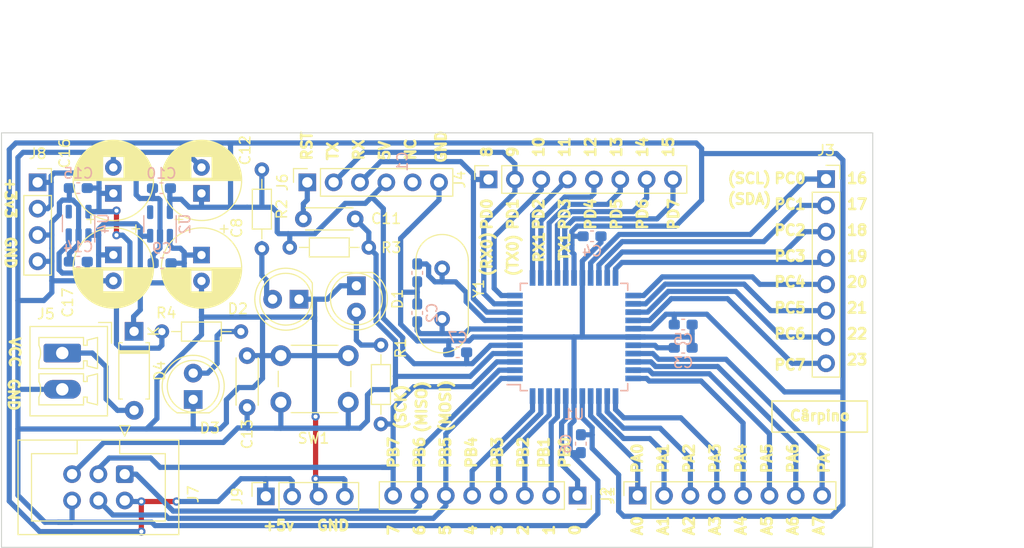
<source format=kicad_pcb>
(kicad_pcb (version 20221018) (generator pcbnew)
  (layers (0 "F.Cu" signal) (31 "B.Cu" signal) (34 "B.Paste" user) (35 "F.Paste" user) (36 "B.SilkS" user "B.Silkscreen") (37 "F.SilkS" user "F.Silkscreen") (38 "B.Mask" user) (39 "F.Mask" user) (44 "Edge.Cuts" user))
  (net 0 "")
  (net 1 "/MOSI")
  (net 2 "/MISO")
  (net 3 "/SCK")
  (net 4 "/~{RESET}")
  (net 5 "+5V")
  (net 6 "GND")
  (net 7 "Net-(U1-XTAL2)")
  (net 8 "Net-(U1-XTAL1)")
  (net 9 "Net-(J4-Pin_3)")
  (net 10 "Net-(J4-Pin_4)")
  (net 11 "Net-(J4-Pin_5)")
  (net 12 "Net-(J4-Pin_6)")
  (net 13 "Net-(J4-Pin_7)")
  (net 14 "Net-(J4-Pin_8)")
  (net 15 "Net-(U1-AREF)")
  (net 16 "Net-(J6-Pin_1)")
  (net 17 "VCC")
  (net 19 "Net-(D1-A)")
  (net 20 "Net-(D2-A)")
  (net 21 "Net-(J1-Pin_1)")
  (net 22 "Net-(J1-Pin_2)")
  (net 23 "Net-(J1-Pin_3)")
  (net 24 "Net-(J1-Pin_4)")
  (net 25 "Net-(J1-Pin_5)")
  (net 26 "Net-(J1-Pin_6)")
  (net 27 "Net-(J1-Pin_7)")
  (net 28 "Net-(J1-Pin_8)")
  (net 29 "Net-(J2-Pin_1)")
  (net 30 "Net-(J2-Pin_2)")
  (net 31 "Net-(J2-Pin_3)")
  (net 32 "Net-(J2-Pin_4)")
  (net 33 "Net-(J2-Pin_5)")
  (net 34 "Net-(J3-Pin_1)")
  (net 35 "Net-(J3-Pin_2)")
  (net 36 "Net-(J3-Pin_3)")
  (net 37 "Net-(J3-Pin_4)")
  (net 38 "Net-(J3-Pin_5)")
  (net 39 "Net-(J3-Pin_6)")
  (net 40 "Net-(J3-Pin_7)")
  (net 41 "Net-(J3-Pin_8)")
  (net 42 "/TX_uC")
  (net 43 "/RX_uC")
  (net 45 "+3.3V")
  (net 47 "Net-(D3-A)")
  (net 48 "Net-(D4-A)")
  (footprint "Capacitor_THT:CP_Radial_D7.5mm_P2.50mm" (layer "F.Cu") (at 39.4 36.8125 -90)
    (fp_text reference "C8")
    (fp_text value "10uF")
  )
  (footprint "LED_THT:LED_D5.0mm" (layer "F.Cu") (at 54.330624 39.781195 -90)
    (fp_text reference "D1")
    (fp_text value "LED")
  )
  (footprint "Button_Switch_THT:SW_PUSH_6mm_H7.3mm" (layer "F.Cu") (at 47.05 46.522)
    (fp_text reference "SW1")
    (fp_text value "SW_Push")
  )
  (footprint "Connector_PinSocket_2.54mm:PinSocket_1x08_P2.54mm_Vertical" (layer "F.Cu") (at 75.657239 60.022 -90)
    (fp_text reference "J2")
    (fp_text value "Conn_01x08")
  )
  (footprint "LED_THT:LED_D5.0mm" (layer "F.Cu") (at 38.6 50.75 90)
    (fp_text reference "D3")
    (fp_text value "LED")
  )
  (footprint "Diode_THT:D_A-405_P7.62mm_Horizontal" (layer "F.Cu") (at 32.9 44.18 -90)
    (fp_text reference "D4")
    (fp_text value "1N4007")
  )
  (footprint "Capacitor_THT:C_Disc_D4.3mm_W1.9mm_P5.00mm" (layer "F.Cu") (at 54.22 33.325 180)
    (fp_text reference "C11")
    (fp_text value "100nF")
  )
  (footprint "Crystal:Crystal_HC49-4H_Vertical" (layer "F.Cu") (at 62.6 38.1 -90)
    (fp_text reference "Y1")
    (fp_text value "16MHz")
  )
  (footprint "Capacitor_THT:C_Disc_D4.3mm_W1.9mm_P5.00mm" (layer "F.Cu") (at 43.8 51.522 90)
    (fp_text reference "C13")
    (fp_text value "10nF")
  )
  (footprint "Connector_PinSocket_2.54mm:PinSocket_1x04_P2.54mm_Vertical" (layer "F.Cu") (at 23.6 29.8)
    (fp_text reference "J8")
    (fp_text value "3V3")
  )
  (footprint "Connector_PinSocket_2.54mm:PinSocket_1x06_P2.54mm_Vertical" (layer "F.Cu") (at 49.6 29.8 90)
    (fp_text reference "J6")
    (fp_text value "UART")
  )
  (footprint "Connector_PinSocket_2.54mm:PinSocket_1x04_P2.54mm_Vertical" (layer "F.Cu") (at 45.6 60.1 90)
    (fp_text reference "J9")
    (fp_text value "5V")
  )
  (footprint "Resistor_THT:R_Axial_DIN0204_L3.6mm_D1.6mm_P7.62mm_Horizontal" (layer "F.Cu") (at 47.91 36.075)
    (fp_text reference "R3")
    (fp_text value "10k")
  )
  (footprint "Resistor_THT:R_Axial_DIN0204_L3.6mm_D1.6mm_P7.62mm_Horizontal" (layer "F.Cu") (at 45.22 28.575 -90)
    (fp_text reference "R2")
    (fp_text value "1k")
  )
  (footprint "Capacitor_THT:CP_Radial_D7.5mm_P2.50mm" (layer "F.Cu") (at 30.9 36.8 -90)
    (fp_text reference "C17")
    (fp_text value "10uF")
  )
  (footprint "Connector_PinSocket_2.54mm:PinSocket_1x08_P2.54mm_Vertical" (layer "F.Cu") (at 99.617239 29.482)
    (fp_text reference "J3")
    (fp_text value "Conn_01x08")
  )
  (footprint "Connector_IDC:IDC-Header_2x03_P2.54mm_Vertical" (layer "F.Cu") (at 32 57.96 -90)
    (fp_text reference "J7")
    (fp_text value "AVR-ISP-6")
  )
  (footprint "Connector_PinSocket_2.54mm:PinSocket_1x08_P2.54mm_Vertical" (layer "F.Cu") (at 67.077239 29.522 90)
    (fp_text reference "J4")
    (fp_text value "Conn_01x08" hide)
  )
  (footprint "Resistor_THT:R_Axial_DIN0204_L3.6mm_D1.6mm_P7.62mm_Horizontal" (layer "F.Cu") (at 56.7 53.12 90)
    (fp_text reference "R1")
    (fp_text value "1k" hide)
  )
  (footprint "Connector_Phoenix_MC:PhoenixContact_MCV_1,5_2-G-3.5_1x02_P3.50mm_Vertical" (layer "F.Cu") (at 25.974739 46.272 -90)
    (fp_text reference "J5")
    (fp_text value "VCC")
  )
  (footprint "Capacitor_THT:CP_Radial_D7.5mm_P2.50mm" (layer "F.Cu") (at 30.9 30.861394 90)
    (fp_text reference "C16")
    (fp_text value "10uF")
  )
  (footprint "Capacitor_THT:CP_Radial_D7.5mm_P2.50mm" (layer "F.Cu") (at 39.4 30.861395 90)
    (fp_text reference "C12")
    (fp_text value "10uF")
  )
  (footprint "Connector_PinSocket_2.54mm:PinSocket_1x08_P2.54mm_Vertical" (layer "F.Cu") (at 81.457239 60.022 90)
    (fp_text reference "J1")
    (fp_text value "Conn_01x08")
  )
  (footprint "Resistor_THT:R_Axial_DIN0204_L3.6mm_D1.6mm_P7.62mm_Horizontal" (layer "F.Cu") (at 35.58 44.2)
    (fp_text reference "R4")
    (fp_text value "1k")
  )
  (footprint "LED_THT:LED_D5.0mm" (layer "F.Cu") (at 48.8 41.075 180)
    (fp_text reference "D2")
    (fp_text value "LED")
  )
  (footprint "Capacitor_SMD:C_0603_1608Metric_Pad1.08x0.95mm_HandSolder" (layer "B.Cu") (at 35.5375 30.3625 180)
    (fp_text reference "C10")
    (fp_text value "100nF")
  )
  (footprint "Capacitor_SMD:C_0603_1608Metric_Pad1.08x0.95mm_HandSolder" (layer "B.Cu") (at 60.2 42.4 90)
    (fp_text reference "C2")
    (fp_text value "18pF")
  )
  (footprint "Package_QFP:TQFP-44_10x10mm_P0.8mm" (layer "B.Cu") (at 75.317239 44.722)
    (fp_text reference "U1")
    (fp_text value "ATmega644PA-A")
  )
  (footprint "Capacitor_SMD:C_0603_1608Metric_Pad1.08x0.95mm_HandSolder" (layer "B.Cu") (at 35.600252 37.599464 180)
    (fp_text reference "C9")
    (fp_text value "100nF")
  )
  (footprint "Capacitor_SMD:C_0603_1608Metric_Pad1.08x0.95mm_HandSolder" (layer "B.Cu") (at 85.842103 43.522)
    (fp_text reference "C5")
    (fp_text value "100nF")
  )
  (footprint "Capacitor_SMD:C_0603_1608Metric_Pad1.08x0.95mm_HandSolder" (layer "B.Cu") (at 77.052027 35.003416)
    (fp_text reference "C4")
    (fp_text value "100nF")
  )
  (footprint "Capacitor_SMD:C_0603_1608Metric_Pad1.08x0.95mm_HandSolder" (layer "B.Cu") (at 75.97618 55.022 -90)
    (fp_text reference "C6")
    (fp_text value "100nF")
  )
  (footprint "Capacitor_SMD:C_0603_1608Metric_Pad1.08x0.95mm_HandSolder" (layer "B.Cu") (at 27.52 30.35 180)
    (fp_text reference "C15")
    (fp_text value "100nF")
  )
  (footprint "Capacitor_SMD:C_0603_1608Metric_Pad1.08x0.95mm_HandSolder" (layer "B.Cu") (at 64.1 46.2 180)
    (fp_text reference "C7")
    (fp_text value "100nF")
  )
  (footprint "Capacitor_SMD:C_0603_1608Metric_Pad1.08x0.95mm_HandSolder" (layer "B.Cu") (at 85.842103 45.764442)
    (fp_text reference "C3")
    (fp_text value "100nF")
  )
  (footprint "Package_TO_SOT_SMD:SOT-23-5" (layer "B.Cu") (at 27.55 33.7625 90)
    (fp_text reference "U4")
    (fp_text value "TPS76333")
  )
  (footprint "Capacitor_SMD:C_0603_1608Metric_Pad1.08x0.95mm_HandSolder" (layer "B.Cu") (at 60.2 38.5375 -90)
    (fp_text reference "C1")
    (fp_text value "18pF")
  )
  (footprint "Capacitor_SMD:C_0603_1608Metric_Pad1.08x0.95mm_HandSolder" (layer "B.Cu") (at 27.52 37.45 180)
    (fp_text reference "C14")
    (fp_text value "100nF")
  )
  (footprint "Package_TO_SOT_SMD:SOT-23-5" (layer "B.Cu") (at 35.4 33.8125 90)
    (fp_text reference "U2")
    (fp_text value "TPS76350")
  )
  (gr_rect (start 94.4 50.9) (end 103.6 53.9) (stroke (width 0.15)) (fill none) (layer "F.SilkS"))
  (gr_line (start 20.117239 65.022) (end 104.117239 65.022) (stroke (width 0.1)) (layer "Edge.Cuts"))
  (gr_line (start 20.117239 25.022) (end 20.117239 65.022) (stroke (width 0.1)) (layer "Edge.Cuts"))
  (gr_line (start 20.117239 25.022) (end 104.117239 25.022) (stroke (width 0.1)) (layer "Edge.Cuts"))
  (gr_line (start 104.117239 25.022) (end 104.117239 65.022) (stroke (width 0.1)) (layer "Edge.Cuts"))
  (gr_text "PD7" (at 85.5 34.5 90) (layer "F.SilkS") (effects (font (size 1 1) (thickness 0.25) bold) (justify left bottom)))
  (gr_text "21" (at 101.5 42.5) (layer "F.SilkS") (effects (font (size 1 1) (thickness 0.25) bold) (justify left bottom)))
  (gr_text "GND" (at 50.4 63.5) (layer "F.SilkS") (effects (font (size 1 1) (thickness 0.25) bold) (justify left bottom)))
  (gr_text "PB7" (at 58.5 57.5 90) (layer "F.SilkS") (effects (font (size 1 1) (thickness 0.25) bold) (justify left bottom)))
  (gr_text "PC5" (at 94.5 42.5) (layer "F.SilkS") (effects (font (size 1 1) (thickness 0.25) bold) (justify left bottom)))
  (gr_text "PB0" (at 75 57.5 90) (layer "F.SilkS") (effects (font (size 1 1) (thickness 0.25) bold) (justify left bottom)))
  (gr_text "(MISO)" (at 61.2 54.1 90) (layer "F.SilkS") (effects (font (size 1 1) (thickness 0.25) bold) (justify left bottom)))
  (gr_text "A4" (at 92 64 90) (layer "F.SilkS") (effects (font (size 1 1) (thickness 0.25) bold) (justify left bottom)))
  (gr_text "RST" (at 50.142761 27.803 90) (layer "F.SilkS") (effects (font (size 1 1) (thickness 0.25) bold) (justify left bottom)))
  (gr_text "5V" (at 57.642761 27.803 90) (layer "F.SilkS") (effects (font (size 1 1) (thickness 0.25) bold) (justify left bottom)))
  (gr_text "(TX0)" (at 70 39 90) (layer "F.SilkS") (effects (font (size 1 1) (thickness 0.25) bold) (justify left bottom)))
  (gr_text "PB2" (at 71 57.5 90) (layer "F.SilkS") (effects (font (size 1 1) (thickness 0.25) bold) (justify left bottom)))
  (gr_text "15" (at 85 27.5 90) (layer "F.SilkS") (effects (font (size 1 1) (thickness 0.25) bold) (justify left bottom)))
  (gr_text "10" (at 72.5 27.5 90) (layer "F.SilkS") (effects (font (size 1 1) (thickness 0.25) bold) (justify left bottom)))
  (gr_text "6" (at 61 64 90) (layer "F.SilkS") (effects (font (size 1 1) (thickness 0.25) bold) (justify left bottom)))
  (gr_text "PA1" (at 84.5 58 90) (layer "F.SilkS") (effects (font (size 1 1) (thickness 0.25) bold) (justify left bottom)))
  (gr_text "TX" (at 52.642761 27.803 90) (layer "F.SilkS") (effects (font (size 1 1) (thickness 0.25) bold) (justify left bottom)))
  (gr_text "PB3" (at 68.5 57.5 90) (layer "F.SilkS") (effects (font (size 1 1) (thickness 0.25) bold) (justify left bottom)))
  (gr_text "4" (at 66 64 90) (layer "F.SilkS") (effects (font (size 1 1) (thickness 0.25) bold) (justify left bottom)))
  (gr_text "0" (at 76 64 90) (layer "F.SilkS") (effects (font (size 1 1) (thickness 0.25) bold) (justify left bottom)))
  (gr_text "PC4" (at 94.5 40) (layer "F.SilkS") (effects (font (size 1 1) (thickness 0.25) bold) (justify left bottom)))
  (gr_text "PC7" (at 94.5 48) (layer "F.SilkS") (effects (font (size 1 1) (thickness 0.25) bold) (justify left bottom)))
  (gr_text "PA7" (at 100 58 90) (layer "F.SilkS") (effects (font (size 1 1) (thickness 0.25) bold) (justify left bottom)))
  (gr_text "PB5" (at 63.5 57.5 90) (layer "F.SilkS") (effects (font (size 1 1) (thickness 0.25) bold) (justify left bottom)))
  (gr_text "PA3" (at 89.5 58 90) (layer "F.SilkS") (effects (font (size 1 1) (thickness 0.25) bold) (justify left bottom)))
  (gr_text "22" (at 101.5 45) (layer "F.SilkS") (effects (font (size 1 1) (thickness 0.25) bold) (justify left bottom)))
  (gr_text "GND" (at 63.078128 28.056432 90) (layer "F.SilkS") (effects (font (size 1 1) (thickness 0.25) bold) (justify left bottom)))
  (gr_text "PB4" (at 66 57.5 90) (layer "F.SilkS") (effects (font (size 1 1) (thickness 0.25) bold) (justify left bottom)))
  (gr_text "PC2" (at 94.5 35) (layer "F.SilkS") (effects (font (size 1 1) (thickness 0.25) bold) (justify left bottom)))
  (gr_text "PD1" (at 70 34.5 90) (layer "F.SilkS") (effects (font (size 1 1) (thickness 0.25) bold) (justify left bottom)))
  (gr_text "VCC" (at 20.8 44.6 -90) (layer "F.SilkS") (effects (font (size 1 1) (thickness 0.25) bold) (justify left bottom)))
  (gr_text "GND" (at 20.7 48.6 270) (layer "F.SilkS") (effects (font (size 1 1) (thickness 0.25) bold) (justify left bottom)))
  (gr_text "A0" (at 82 64 90) (layer "F.SilkS") (effects (font (size 1 1) (thickness 0.25) bold) (justify left bottom)))
  (gr_text "A6" (at 97 64 90) (layer "F.SilkS") (effects (font (size 1 1) (thickness 0.25) bold) (justify left bottom)))
  (gr_text "PD4" (at 77.5 34.5 90) (layer "F.SilkS") (effects (font (size 1 1) (thickness 0.25) bold) (justify left bottom)))
  (gr_text "A7" (at 99.5 64 90) (layer "F.SilkS") (effects (font (size 1 1) (thickness 0.25) bold) (justify left bottom)))
  (gr_text "PD3" (at 75 34.5 90) (layer "F.SilkS") (effects (font (size 1 1) (thickness 0.25) bold) (justify left bottom)))
  (gr_text "GND" (at 20.4 34.9 270) (layer "F.SilkS") (effects (font (size 1 1) (thickness 0.25) bold) (justify left bottom)))
  (gr_text "14" (at 82.5 27.5 90) (layer "F.SilkS") (effects (font (size 1 1) (thickness 0.25) bold) (justify left bottom)))
  (gr_text "16" (at 101.5 30) (layer "F.SilkS") (effects (font (size 1 1) (thickness 0.25) bold) (justify left bottom)))
  (gr_text "PA5" (at 94.5 58 90) (layer "F.SilkS") (effects (font (size 1 1) (thickness 0.25) bold) (justify left bottom)))
  (gr_text "A5" (at 94.5 64 90) (layer "F.SilkS") (effects (font (size 1 1) (thickness 0.25) bold) (justify left bottom)))
  (gr_text "PC3" (at 94.5 37.5) (layer "F.SilkS") (effects (font (size 1 1) (thickness 0.25) bold) (justify left bottom)))
  (gr_text "1" (at 73.5 64 90) (layer "F.SilkS") (effects (font (size 1 1) (thickness 0.25) bold) (justify left bottom)))
  (gr_text "PA6" (at 97 58 90) (layer "F.SilkS") (effects (font (size 1 1) (thickness 0.25) bold) (justify left bottom)))
  (gr_text "PA0" (at 82 58 90) (layer "F.SilkS") (effects (font (size 1 1) (thickness 0.25) bold) (justify left bottom)))
  (gr_text "TX1" (at 75 37.5 90) (layer "F.SilkS") (effects (font (size 1 1) (thickness 0.25) bold) (justify left bottom)))
  (gr_text "RX1" (at 72.539814 37.662677 90) (layer "F.SilkS") (effects (font (size 1 1) (thickness 0.25) bold) (justify left bottom)))
  (gr_text "RX" (at 55.142761 27.803 90) (layer "F.SilkS") (effects (font (size 1 1) (thickness 0.25) bold) (justify left bottom)))
  (gr_text "PD2" (at 72.5 34.5 90) (layer "F.SilkS") (effects (font (size 1 1) (thickness 0.25) bold) (justify left bottom)))
  (gr_text "11" (at 75 27.5 90) (layer "F.SilkS") (effects (font (size 1 1) (thickness 0.25) bold) (justify left bottom)))
  (gr_text "3" (at 68.5 64 90) (layer "F.SilkS") (effects (font (size 1 1) (thickness 0.25) bold) (justify left bottom)))
  (gr_text "PC1" (at 94.5 32.5) (layer "F.SilkS") (effects (font (size 1 1) (thickness 0.25) bold) (justify left bottom)))
  (gr_text "PD6" (at 82.5 34.5 90) (layer "F.SilkS") (effects (font (size 1 1) (thickness 0.25) bold) (justify left bottom)))
  (gr_text "19" (at 101.5 37.5) (layer "F.SilkS") (effects (font (size 1 1) (thickness 0.25) bold) (justify left bottom)))
  (gr_text "17" (at 101.5 32.5) (layer "F.SilkS") (effects (font (size 1 1) (thickness 0.25) bold) (justify left bottom)))
  (gr_text "(MOSI)" (at 63.5 54 90) (layer "F.SilkS") (effects (font (size 1 1) (thickness 0.25) bold) (justify left bottom)))
  (gr_text "PD0" (at 67.5 34.5 90) (layer "F.SilkS") (effects (font (size 1 1) (thickness 0.25) bold) (justify left bottom)))
  (gr_text "+3v3" (at 20.4 29.2 270) (layer "F.SilkS") (effects (font (size 1 1) (thickness 0.25) bold) (justify left bottom)))
  (gr_text "Cârpino" (at 96 52.9) (layer "F.SilkS") (effects (font (size 1 1) (thickness 0.25) bold) (justify left bottom)))
  (gr_text "NC" (at 60.142761 27.803 90) (layer "F.SilkS") (effects (font (size 1 1) (thickness 0.25) bold) (justify left bottom)))
  (gr_text "18" (at 101.5 35) (layer "F.SilkS") (effects (font (size 1 1) (thickness 0.25) bold) (justify left bottom)))
  (gr_text "20" (at 101.5 40) (layer "F.SilkS") (effects (font (size 1 1) (thickness 0.25) bold) (justify left bottom)))
  (gr_text "PB6" (at 61 57.5 90) (layer "F.SilkS") (effects (font (size 1 1) (thickness 0.25) bold) (justify left bottom)))
  (gr_text "PC0" (at 94.5 30) (layer "F.SilkS") (effects (font (size 1 1) (thickness 0.25) bold) (justify left bottom)))
  (gr_text "12" (at 77.5 27.5 90) (layer "F.SilkS") (effects (font (size 1 1) (thickness 0.25) bold) (justify left bottom)))
  (gr_text "13" (at 80 27.5 90) (layer "F.SilkS") (effects (font (size 1 1) (thickness 0.25) bold) (justify left bottom)))
  (gr_text "23" (at 101.5 47.5) (layer "F.SilkS") (effects (font (size 1 1) (thickness 0.25) bold) (justify left bottom)))
  (gr_text "(SDA)" (at 90 32) (layer "F.SilkS") (effects (font (size 1 1) (thickness 0.25) bold) (justify left bottom)))
  (gr_text "A1" (at 84.5 64 90) (layer "F.SilkS") (effects (font (size 1 1) (thickness 0.25) bold) (justify left bottom)))
  (gr_text "PC6" (at 94.5 45) (layer "F.SilkS") (effects (font (size 1 1) (thickness 0.25) bold) (justify left bottom)))
  (gr_text "7" (at 58.5 64 90) (layer "F.SilkS") (effects (font (size 1 1) (thickness 0.25) bold) (justify left bottom)))
  (gr_text "A3" (at 89.5 64 90) (layer "F.SilkS") (effects (font (size 1 1) (thickness 0.25) bold) (justify left bottom)))
  (gr_text "(SCL)" (at 90 30) (layer "F.SilkS") (effects (font (size 1 1) (thickness 0.25) bold) (justify left bottom)))
  (gr_text "(RX0)" (at 67.5 39 90) (layer "F.SilkS") (effects (font (size 1 1) (thickness 0.25) bold) (justify left bottom)))
  (gr_text "PA4" (at 92 58 90) (layer "F.SilkS") (effects (font (size 1 1) (thickness 0.25) bold) (justify left bottom)))
  (gr_text "PA2" (at 87 58 90) (layer "F.SilkS") (effects (font (size 1 1) (thickness 0.25) bold) (justify left bottom)))
  (gr_text "(SCK)" (at 59.2 53.8 90) (layer "F.SilkS") (effects (font (size 1 1) (thickness 0.25) bold) (justify left bottom)))
  (gr_text "9" (at 70 27.5 90) (layer "F.SilkS") (effects (font (size 1 1) (thickness 0.25) bold) (justify left bottom)))
  (gr_text "+5v" (at 45.2 63.5) (layer "F.SilkS") (effects (font (size 1 1) (thickness 0.25) bold) (justify left bottom)))
  (gr_text "5" (at 63.5 64 90) (layer "F.SilkS") (effects (font (size 1 1) (thickness 0.25) bold) (justify left bottom)))
  (gr_text "A2" (at 87 64 90) (layer "F.SilkS") (effects (font (size 1 1) (thickness 0.25) bold) (justify left bottom)))
  (gr_text "PD5" (at 80 34.5 90) (layer "F.SilkS") (effects (font (size 1 1) (thickness 0.25) bold) (justify left bottom)))
  (gr_text "2" (at 71 64 90) (layer "F.SilkS") (effects (font (size 1 1) (thickness 0.25) bold) (justify left bottom)))
  (gr_text "PB1" (at 73 57.5 90) (layer "F.SilkS") (effects (font (size 1 1) (thickness 0.25) bold) (justify left bottom)))
  (gr_text "8" (at 67.5 27.5 90) (layer "F.SilkS") (effects (font (size 1 1) (thickness 0.25) bold) (justify left bottom)))
  (segment (start 68.294689 48.722) (end 62.957239 54.05945) (width 0.5) (layer "B.Cu") (net 1))
  (segment (start 36.222 62.222) (end 35.9 61.9) (width 0.5) (layer "B.Cu") (net 1))
  (segment (start 62.957239 61.022) (end 61.757239 62.222) (width 0.5) (layer "B.Cu") (net 1))
  (segment (start 30.86 61.9) (end 29.46 60.5) (width 0.5) (layer "B.Cu") (net 1))
  (segment (start 69.617239 48.722) (end 68.294689 48.722) (width 0.5) (layer "B.Cu") (net 1))
  (segment (start 61.757239 62.222) (end 36.222 62.222) (width 0.5) (layer "B.Cu") (net 1))
  (segment (start 62.957239 54.05945) (end 62.957239 61.022) (width 0.5) (layer "B.Cu") (net 1))
  (segment (start 35.9 61.9) (end 30.86 61.9) (width 0.5) (layer "B.Cu") (net 1))
  (segment (start 60.417239 55.6095) (end 60.417239 61.022) (width 0.5) (layer "B.Cu") (net 2))
  (segment (start 59.917239 61.522) (end 36.66962 61.522) (width 0.5) (layer "B.Cu") (net 2))
  (segment (start 36.66962 61.522) (end 33.10762 57.96) (width 0.5) (layer "B.Cu") (net 2))
  (segment (start 69.617239 47.922) (end 68.104739 47.922) (width 0.5) (layer "B.Cu") (net 2))
  (segment (start 60.417239 61.022) (end 59.917239 61.522) (width 0.5) (layer "B.Cu") (net 2))
  (segment (start 33.10762 57.96) (end 32 57.96) (width 0.5) (layer "B.Cu") (net 2))
  (segment (start 68.104739 47.922) (end 60.417239 55.6095) (width 0.5) (layer "B.Cu") (net 2))
  (segment (start 35.4 57.3) (end 34.5 56.4) (width 0.5) (layer "B.Cu") (net 3))
  (segment (start 65.48635 49.522) (end 67.88635 47.122) (width 0.5) (layer "B.Cu") (net 3))
  (segment (start 56.7 53.12) (end 57.797239 53.12) (width 0.5) (layer "B.Cu") (net 3))
  (segment (start 56.8 57.3) (end 57.5 57.3) (width 0.5) (layer "B.Cu") (net 3))
  (segment (start 57.877239 53.2) (end 57.877239 51.522761) (width 0.5) (layer "B.Cu") (net 3))
  (segment (start 34.5 56.4) (end 30.5 56.4) (width 0.5) (layer "B.Cu") (net 3))
  (segment (start 67.88635 47.122) (end 69.617239 47.122) (width 0.5) (layer "B.Cu") (net 3))
  (segment (start 30.5 56.4) (end 29.46 57.44) (width 0.5) (layer "B.Cu") (net 3))
  (segment (start 57.797239 53.12) (end 57.877239 53.2) (width 0.5) (layer "B.Cu") (net 3))
  (segment (start 29.46 57.44) (end 29.46 57.96) (width 0.5) (layer "B.Cu") (net 3))
  (segment (start 57.877239 57.3) (end 35.4 57.3) (width 0.5) (layer "B.Cu") (net 3))
  (segment (start 57.877239 51.522761) (end 59.878 49.522) (width 0.5) (layer "B.Cu") (net 3))
  (segment (start 57.877239 60.022) (end 57.877239 53.2) (width 0.5) (layer "B.Cu") (net 3))
  (segment (start 59.878 49.522) (end 65.48635 49.522) (width 0.5) (layer "B.Cu") (net 3))
  (segment (start 41.5 54.9) (end 42.9 53.5) (width 0.5) (layer "B.Cu") (net 4))
  (segment (start 56.23 43.23) (end 56.23 36.775) (width 0.5) (layer "B.Cu") (net 4))
  (segment (start 55.53 36.075) (end 55.53 34.635) (width 0.5) (layer "B.Cu") (net 4))
  (segment (start 58.1 45.1) (end 56.23 43.23) (width 0.5) (layer "B.Cu") (net 4))
  (segment (start 55.53 34.635) (end 54.22 33.325) (width 0.5) (layer "B.Cu") (net 4))
  (segment (start 65.304307 48.522) (end 58.122 48.522) (width 0.5) (layer "B.Cu") (net 4))
  (segment (start 58.1 49.4) (end 58.1 48.5) (width 0.5) (layer "B.Cu") (net 4))
  (segment (start 26.92 57.96) (end 29.98 54.9) (width 0.5) (layer "B.Cu") (net 4))
  (segment (start 47.05 53.505975) (end 47.033975 53.522) (width 0.5) (layer "B.Cu") (net 4))
  (segment (start 56.23 36.775) (end 55.53 36.075) (width 0.5) (layer "B.Cu") (net 4))
  (segment (start 55.4 50.3) (end 55.9 49.8) (width 0.5) (layer "B.Cu") (net 4))
  (segment (start 55.4 52.8) (end 55.4 50.3) (width 0.5) (layer "B.Cu") (net 4))
  (segment (start 55.9 49.8) (end 57.7 49.8) (width 0.5) (layer "B.Cu") (net 4))
  (segment (start 43.8 53.522) (end 47.033975 53.522) (width 0.5) (layer "B.Cu") (net 4))
  (segment (start 42.9 53.5) (end 43.8 53.5) (width 0.5) (layer "B.Cu") (net 4))
  (segment (start 47.033975 53.522) (end 53.629383 53.522) (width 0.5) (layer "B.Cu") (net 4))
  (segment (start 58.122 48.522) (end 58.1 48.5) (width 0.5) (layer "B.Cu") (net 4))
  (segment (start 47.05 51.022) (end 47.05 53.505975) (width 0.5) (layer "B.Cu") (net 4))
  (segment (start 57.7 49.8) (end 58.1 49.4) (width 0.5) (layer "B.Cu") (net 4))
  (segment (start 54.678 53.522) (end 55.4 52.8) (width 0.5) (layer "B.Cu") (net 4))
  (segment (start 58.1 48.5) (end 58.1 45.1) (width 0.5) (layer "B.Cu") (net 4))
  (segment (start 53.55 51.022) (end 53.55 53.442617) (width 0.5) (layer "B.Cu") (net 4))
  (segment (start 43.8 53.5) (end 43.8 53.522) (width 0.5) (layer "B.Cu") (net 4))
  (segment (start 53.55 53.442617) (end 53.629383 53.522) (width 0.5) (layer "B.Cu") (net 4))
  (segment (start 46.446622 53.522) (end 54.678 53.522) (width 0.5) (layer "B.Cu") (net 4))
  (segment (start 67.504307 46.322) (end 65.304307 48.522) (width 0.5) (layer "B.Cu") (net 4))
  (segment (start 69.617239 46.322) (end 67.504307 46.322) (width 0.5) (layer "B.Cu") (net 4))
  (segment (start 43.8 51.522) (end 43.8 53.5) (width 0.5) (layer "B.Cu") (net 4))
  (segment (start 29.98 54.9) (end 41.5 54.9) (width 0.5) (layer "B.Cu") (net 4))
  (segment (start 37 60.6) (end 33.6 60.6) (width 0.5) (layer "F.Cu") (net 5))
  (segment (start 33.6 63.5) (end 33.6 60.6) (width 0.5) (layer "F.Cu") (net 5))
  (via (at 33.6 63.5) (size 0.8) (drill 0.4) (layers "F.Cu" "B.Cu") (net 5))
  (via (at 33.6 60.6) (size 0.8) (drill 0.4) (layers "F.Cu" "B.Cu") (net 5))
  (via (at 37 60.6) (size 0.8) (drill 0.4) (layers "F.Cu" "B.Cu") (net 5))
  (segment (start 75.117239 36.532051) (end 75.117239 35.839578) (width 0.5) (layer "B.Cu") (net 5))
  (segment (start 58.8 46.2) (end 59.9 47.3) (width 0.5) (layer "B.Cu") (net 5))
  (segment (start 36.35 30.4125) (end 36.4 30.3625) (width 0.5) (layer "B.Cu") (net 5))
  (segment (start 64.9625 46.2) (end 64.9625 47.2375) (width 0.5) (layer "B.Cu") (net 5))
  (segment (start 75.317239 36.732051) (end 75.117239 36.532051) (width 0.5) (layer "B.Cu") (net 5))
  (segment (start 43.2 58.4) (end 45.6 58.4) (width 0.5) (layer "B.Cu") (net 5))
  (segment (start 79.617239 61.522) (end 79.617239 58.022) (width 0.5) (layer "B.Cu") (net 5))
  (segment (start 45.22 32.18) (end 45.2 32.2) (width 0.5) (layer "B.Cu") (net 5))
  (segment (start 47.9 58.4) (end 48.14 58.64) (width 0.5) (layer "B.Cu") (net 5))
  (segment (start 76.117239 50.422) (end 76.117239 52.522) (width 0.5) (layer "B.Cu") (net 5))
  (segment (start 20.867239 26.632761) (end 20.867239 60.567239) (width 0.5) (layer "B.Cu") (net 5))
  (segment (start 84.979603 42.529266) (end 84.972337 42.522) (width 0.5) (layer "B.Cu") (net 5))
  (segment (start 81.017239 43.922) (end 82.786878 43.922) (width 0.5) (layer "B.Cu") (net 5))
  (segment (start 76.189527 35.003416) (end 75.135823 35.003416) (width 0.5) (layer "B.Cu") (net 5))
  (segment (start 76.117239 52.522) (end 77.066561 53.471322) (width 0.5) (layer "B.Cu") (net 5))
  (segment (start 48.14 58.64) (end 48.14 60.1) (width 0.5) (layer "B.Cu") (net 5))
  (segment (start 50.32824 34.75676) (end 47.76 34.75676) (width 0.5) (layer "B.Cu") (net 5))
  (segment (start 37.4493 31.428084) (end 38.221216 32.2) (width 0.5) (layer "B.Cu") (net 5))
  (segment (start 45.6 58.4) (end 47.9 58.4) (width 0.5) (layer "B.Cu") (net 5))
  (segment (start 65.5 47.3) (end 67.278 45.522) (width 0.5) (layer "B.Cu") (net 5))
  (segment (start 58.8 44.786136) (end 58.8 46.2) (width 0.5) (layer "B.Cu") (net 5))
  (segment (start 87.617239 27.022) (end 87.617239 26.517239) (width 0.5) (layer "B.Cu") (net 5))
  (segment (start 53.26 31.825) (end 50.32824 34.75676) (width 0.5) (layer "B.Cu") (net 5))
  (segment (start 45.2 32.2) (end 46.2 32.2) (width 0.5) (layer "B.Cu") (net 5))
  (segment (start 84.186878 42.522) (end 84.972337 42.522) (width 0.5) (layer "B.Cu") (net 5))
  (segment (start 67.278 45.522) (end 69.617239 45.522) (width 0.5) (layer "B.Cu") (net 5))
  (segment (start 56.93 32.33) (end 56.93 42.916136) (width 0.5) (layer "B.Cu") (net 5))
  (segment (start 82.786878 43.922) (end 84.186878 42.522) (width 0.5) (layer "B.Cu") (net 5))
  (segment (start 88.117239 42.522) (end 84.972337 42.522) (width 0.5) (layer "B.Cu") (net 5))
  (segment (start 36.35 31.7) (end 36.35 31.2) (width 0.5) (layer "B.Cu") (net 5))
  (segment (start 53.26 31.825) (end 55.195 31.825) (width 0.5) (layer "B.Cu") (net 5))
  (segment (start 87.1 26) (end 42 26) (width 0.5) (layer "B.Cu") (net 5))
  (segment (start 100.617239 27.022) (end 101.242239 27.647) (width 0.5) (layer "B.Cu") (net 5))
  (segment (start 64.9625 47.2375) (end 64.9 47.3) (width 0.5) (layer "B.Cu") (net 5))
  (segment (start 42.2 26.2) (end 42.2 32.2) (width 0.5) (layer "B.Cu") (net 5))
  (segment (start 41 60.6) (end 43.2 58.4) (width 0.5) (layer "B.Cu") (net 5))
  (segment (start 36.35 31.2) (end 36.35 30.4125) (width 0.5) (layer "B.Cu") (net 5))
  (segment (start 47.91 34.90676) (end 47.76 34.75676) (width 0.5) (layer "B.Cu") (net 5))
  (segment (start 75.617239 34.022) (end 85.117239 34.022) (width 0.5) (layer "B.Cu") (net 5))
  (segment (start 39.4 32.2) (end 42.2 32.2) (width 0.5) (layer "B.Cu") (net 5))
  (segment (start 47.91 36.075) (end 47.91 34.90676) (width 0.5) (layer "B.Cu") (net 5))
  (segment (start 87.617239 26.517239) (end 87.1 26) (width 0.5) (layer "B.Cu") (net 5))
  (segment (start 77.066561 53.471322) (end 77.066561 54.166701) (width 0.5) (layer "B.Cu") (net 5))
  (segment (start 33.6 60.6) (end 32.1 60.6) (width 0.5) (layer "B.Cu") (net 5))
  (segment (start 46.2 32.2) (end 46.7 32.7) (width 0.5) (layer "B.Cu") (net 5))
  (segment (start 75.117239 35.022) (end 75.117239 34.522) (width 0.5) (layer "B.Cu") (net 5))
  (segment (start 75.97618 54.1595) (end 77.05936 54.1595) (width 0.5) (layer "B.Cu") (net 5))
  (segment (start 55.195 31.825) (end 55.81 31.21) (width 0.5) (layer "B.Cu") (net 5))
  (segment (start 56.93 42.916136) (end 58.8 44.786136) (width 0.5) (layer "B.Cu") (net 5))
  (segment (start 101.242239 27.647) (end 101.242239 50.022) (width 0.5) (layer "B.Cu") (net 5))
  (segment (start 46.7 32.7) (end 46.7 34.6) (width 0.5) (layer "B.Cu") (net 5))
  (segment (start 37 60.6) (end 41 60.6) (width 0.5) (layer "B.Cu") (net 5))
  (segment (start 36.35 31.428084) (end 37.4493 31.428084) (width 0.5) (layer "B.Cu") (net 5))
  (segment (start 95.617239 50.022) (end 101.242239 50.022) (width 0.5) (layer "B.Cu") (net 5))
  (segment (start 42.2 32.2) (end 43.8 32.2) (width 0.5) (layer "B.Cu") (net 5))
  (segment (start 100.117239 62.022) (end 80.117239 62.022) (width 0.5) (layer "B.Cu") (net 5))
  (segment (start 75.117239 35.839578) (end 75.117239 35.022) (width 0.5) (layer "B.Cu") (net 5))
  (segment (start 95.617239 50.022) (end 88.117239 42.522) (width 0.5) (layer "B.Cu") (net 5))
  (segment (start 46.85676 34.75676) (end 47.76 34.75676) (width 0.5) (layer "B.Cu") (net 5))
  (segment (start 101.242239 60.897) (end 100.117239 62.022) (width 0.5) (layer "B.Cu") (net 5))
  (segment (start 45.6 60.1) (end 45.6 58.4) (width 0.5) (layer "B.Cu") (net 5))
  (segment (start 21.5 26) (end 20.867239 26.632761) (width 0.5) (layer "B.Cu") (net 5))
  (segment (start 23.8 63.5) (end 33.6 63.5) (width 0.5) (layer "B.Cu") (net 5))
  (segment (start 77.066561 55.471322) (end 77.066561 54.166701) (width 0.5) (layer "B.Cu") (net 5))
  (segment (start 87.617239 31.522) (end 87.617239 27.022) (width 0.5) (layer "B.Cu") (net 5))
  (segment (start 55.81 31.21) (end 57.22 29.8) (width 0.5) (layer "B.Cu") (net 5))
  (segment (start 38.221216 32.2) (end 39.4 32.2) (width 0.5) (layer "B.Cu") (net 5))
  (segment (start 59.9 47.3) (end 64.9 47.3) (width 0.5) (layer "B.Cu") (net 5))
  (segment (start 79.617239 58.022) (end 77.066561 55.471322) (width 0.5) (layer "B.Cu") (net 5))
  (segment (start 75.12444 35.846779) (end 75.117239 35.839578) (width 0.5) (layer "B.Cu") (net 5))
  (segment (start 55.81 31.21) (end 56.93 32.33) (width 0.5) (layer "B.Cu") (net 5))
  (segment (start 43.8 32.2) (end 45.2 32.2) (width 0.5) (layer "B.Cu") (net 5))
  (segment (start 77.05936 54.1595) (end 77.066561 54.166701) (width 0.5) (layer "B.Cu") (net 5))
  (segment (start 75.317239 39.022) (end 75.317239 36.732051) (width 0.5) (layer "B.Cu") (net 5))
  (segment (start 64.9 47.3) (end 65.5 47.3) (width 0.5) (layer "B.Cu") (net 5))
  (segment (start 75.117239 34.522) (end 75.617239 34.022) (width 0.5) (layer "B.Cu") (net 5))
  (segment (start 85.117239 34.022) (end 87.617239 31.522) (width 0.5) (layer "B.Cu") (net 5))
  (segment (start 42 26) (end 42.2 26.2) (width 0.5) (layer "B.Cu") (net 5))
  (segment (start 42 26) (end 21.5 26) (width 0.5) (layer "B.Cu") (net 5))
  (segment (start 39.4 30.861395) (end 39.4 32.2) (width 0.5) (layer "B.Cu") (net 5))
  (segment (start 75.135823 35.003416) (end 75.117239 35.022) (width 0.5) (layer "B.Cu") (net 5))
  (segment (start 20.867239 60.567239) (end 23.8 63.5) (width 0.5) (layer "B.Cu") (net 5))
  (segment (start 101.242239 50.022) (end 101.242239 60.897) (width 0.5) (layer "B.Cu") (net 5))
  (segment (start 32.1 60.6) (end 32 60.5) (width 0.5) (layer "B.Cu") (net 5))
  (segment (start 80.117239 62.022) (end 79.617239 61.522) (width 0.5) (layer "B.Cu") (net 5))
  (segment (start 36.35 32.675) (end 36.35 31.7) (width 0.5) (layer "B.Cu") (net 5))
  (segment (start 45.22 28.575) (end 45.22 32.18) (width 0.5) (layer "B.Cu") (net 5))
  (segment (start 46.7 34.6) (end 46.85676 34.75676) (width 0.5) (layer "B.Cu") (net 5))
  (segment (start 87.617239 27.022) (end 100.617239 27.022) (width 0.5) (layer "B.Cu") (net 5))
  (segment (start 84.979603 43.522) (end 84.979603 42.529266) (width 0.5) (layer "B.Cu") (net 5))
  (segment (start 50.4 52.4) (end 50.4 58.4) (width 0.5) (layer "F.Cu") (net 6))
  (via (at 50.4 52.4) (size 0.8) (drill 0.4) (layers "F.Cu" "B.Cu") (net 6))
  (via (at 50.4 58.4) (size 0.8) (drill 0.4) (layers "F.Cu" "B.Cu") (net 6))
  (segment (start 24.97 37.4) (end 24.97 39.3) (width 0.5) (layer "B.Cu") (net 6))
  (segment (start 39.4 42.8) (end 39.4 39.3125) (width 0.5) (layer "B.Cu") (net 6))
  (segment (start 50.3 46.522) (end 47.05 46.522) (width 0.5) (layer "B.Cu") (net 6))
  (segment (start 76.467239 62.922) (end 77.617239 61.772) (width 0.5) (layer "B.Cu") (net 6))
  (segment (start 42.982761 49.6) (end 44.4 49.6) (width 0.5) (layer "B.Cu") (net 6))
  (segment (start 53.55 46.522) (end 50.3 46.522) (width 0.5) (layer "B.Cu") (net 6))
  (segment (start 44.4 49.6) (end 45.282761 48.717239) (width 0.5) (layer "B.Cu") (net 6))
  (segment (start 30.9 26.9) (end 22.2 26.9) (width 0.5) (layer "B.Cu") (net 6))
  (segment (start 34.1 53.6) (end 35.1 52.6) (width 0.5) (layer "B.Cu") (net 6))
  (segment (start 27.55 32.063972) (end 26.998528 31.5125) (width 0.5) (layer "B.Cu") (net 6))
  (segment (start 75.97618 55.8845) (end 74.952931 55.8845) (width 0.5) (layer "B.Cu") (net 6))
  (segment (start 34.737752 37.599464) (end 34.737752 36.80145) (width 0.5) (layer "B.Cu") (net 6))
  (segment (start 34.1 53.6) (end 38.8 53.6) (width 0.5) (layer "B.Cu") (net 6))
  (segment (start 26.6575 31.5125) (end 26.6575 30.35) (width 0.5) (layer "B.Cu") (net 6))
  (segment (start 24.97 34.88) (end 23.6 34.88) (width 0.5) (layer "B.Cu") (net 6))
  (segment (start 26.6575 37.45) (end 26.6575 36.675) (width 0.5) (layer "B.Cu") (net 6))
  (segment (start 34.922 62.922) (end 76.467239 62.922) (width 0.5) (layer "B.Cu") (net 6))
  (segment (start 45.260761 46.522) (end 45.282761 46.5) (width 0.5) (layer "B.Cu") (net 6))
  (segment (start 58.6 35.2) (end 59.4 34.4) (width 0.5) (layer "B.Cu") (net 6))
  (segment (start 24.97 39.3) (end 24.97 40.43) (width 0.5) (layer "B.Cu") (net 6))
  (segment (start 30.9 39.3) (end 24.97 39.3) (width 0.5) (layer "B.Cu") (net 6))
  (segment (start 76.117239 39.022) (end 76.117239 44.673858) (width 0.5) (layer "B.Cu") (net 6))
  (segment (start 39.4 42.8) (end 39.4 44.5) (width 0.5) (layer "B.Cu") (net 6))
  (segment (start 25.7 32.9) (end 24.97 33.63) (width 0.5) (layer "B.Cu") (net 6))
  (segment (start 43.8 46.522) (end 45.260761 46.522) (width 0.5) (layer "B.Cu") (net 6))
  (segment (start 50.3 41.075) (end 51.529123 41.075) (width 0.5) (layer "B.Cu") (net 6))
  (segment (start 50.3 42.8) (end 50.3 43.2) (width 0.5) (layer "B.Cu") (net 6))
  (segment (start 69.617239 44.722) (end 65.578 44.722) (width 0.5) (layer "B.Cu") (net 6))
  (segment (start 34.737752 36.80145) (end 35.4 36.139202) (width 0.5) (layer "B.Cu") (net 6))
  (segment (start 50.4 58.4) (end 50.4 59.82) (width 0.5) (layer "B.Cu") (net 6))
  (segment (start 24.97 40.43) (end 24.2 41.2) (width 0.5) (layer "B.Cu") (net 6))
  (segment (start 60.210051 45.1) (end 58.6 43.489949) (width 0.5) (layer "B.Cu") (net 6))
  (segment (start 77.617239 61.772) (end 77.617239 58.57941) (width 0.5) (layer "B.Cu") (net 6))
  (segment (start 63.2 45.1) (end 60.210051 45.1) (width 0.5) (layer "B.Cu") (net 6))
  (segment (start 23.6 37.42) (end 24.95 37.42) (width 0.5) (layer "B.Cu") (net 6))
  (segment (start 74.93763 55.899801) (end 74.93763 53.201609) (width 0.5) (layer "B.Cu") (net 6))
  (segment (start 24.3 62.6) (end 25.6 62.6) (width 0.5) (layer "B.Cu") (net 6))
  (segment (start 81.017239 44.722) (end 82.117239 44.722) (width 0.5) (layer "B.Cu") (net 6))
  (segment (start 38.6 53.4) (end 38.8 53.6) (width 0.5) (layer "B.Cu") (net 6))
  (segment (start 39.4 44.5) (end 38.95 44.95) (width 0.5) (layer "B.Cu") (net 6))
  (segment (start 62.3 31.5) (end 62.3 29.8) (width 0.5) (layer "B.Cu") (net 6))
  (segment (start 35.4 34.95) (end 35.4 31.510686) (width 0.5) (layer "B.Cu") (net 6))
  (segment (start 45.282761 48.717239) (end 45.282761 46.5) (width 0.5) (layer "B.Cu") (net 6))
  (segment (start 39.4 42.8) (end 45.2 42.8) (width 0.5) (layer "B.Cu") (net 6))
  (segment (start 41.8 53) (end 41.8 50.782761) (width 0.5) (layer "B.Cu") (net 6))
  (segment (start 27.55 34.9) (end 27.55 32.063972) (width 0.5) (layer "B.Cu") (net 6))
  (segment (start 35.1 48.8) (end 38.95 44.95) (width 0.5) (layer "B.Cu") (net 6))
  (segment (start 21.7 53.6) (end 21.7 60) (width 0.5) (layer "B.Cu") (net 6))
  (segment (start 77.617239 58.57941) (end 74.93763 55.899801) (width 0.5) (layer "B.Cu") (net 6))
  (segment (start 50.3 41.075) (end 50.3 43.2) (width 0.5) (layer "B.Cu") (net 6))
  (segment (start 60.2 40.4) (end 60.2 41.5375) (width 0.5) (layer "B.Cu") (net 6))
  (segment (start 45.2 42.8) (end 50.3 42.8) (width 0.5) (layer "B.Cu") (net 6))
  (segment (start 24.97 36.15) (end 24.97 37.4) (width 0.5) (layer "B.Cu") (net 6))
  (segment (start 41.8 50.782761) (end 42.982761 49.6) (width 0.5) (layer "B.Cu") (net 6))
  (segment (start 86.704603 45.764442) (end 86.704603 44.434636) (width 0.5) (layer "B.Cu") (net 6))
  (segment (start 37.938605 26.9) (end 33.1 26.9) (width 0.5) (layer "B.Cu") (net 6))
  (segment (start 58.6 40.4) (end 58.6 35.2) (width 0.5) (layer "B.Cu") (net 6))
  (segment (start 82.117239 44.722) (end 86.417239 44.722) (width 0.5) (layer "B.Cu") (net 6))
  (segment (start 21.7 49.8) (end 21.7 53.6) (width 0.5) (layer "B.Cu") (net 6))
  (segment (start 33.1 31) (end 33.1 26.9) (width 0.5) (layer "B.Cu") (net 6))
  (segment (start 77.914527 35.003416) (end 77.914527 35.593741) (width 0.5) (layer "B.Cu") (net 6))
  (segment (start 51.529123 41.075) (end 52.822928 39.781195) (width 0.5) (layer "B.Cu") (net 6))
  (segment (start 75.317239 50.422) (end 75.317239 44.740409) (width 0.5) (layer "B.Cu") (net 6))
  (segment (start 50.3 46.522) (end 50.3 52.3) (width 0.5) (layer "B.Cu") (net 6))
  (segment (start 35.251814 31.3625) (end 34.684863 31.3625) (width 0.5) (layer "B.Cu") (net 6))
  (segment (start 26.92 62.58) (end 26.9 62.6) (width 0.5) (layer "B.Cu") (net 6))
  (segment (start 26.6575 36.675) (end 27.55 35.7825) (width 0.5) (layer "B.Cu") (net 6))
  (segment (start 45.260761 46.522) (end 47.05 46.522) (width 0.5) (layer "B.Cu") (net 6))
  (segment (start 30.9 28.361394) (end 30.9 26.9) (width 0.5) (layer "B.Cu") (net 6))
  (segment (start 24.97 33.63) (end 24.97 34.88) (width 0.5) (layer "B.Cu") (net 6))
  (segment (start 26.998528 31.5125) (end 26.6575 31.5125) (width 0.5) (layer "B.Cu") (net 6))
  (segment (start 33.1 26.9) (end 30.9 26.9) (width 0.5) (layer "B.Cu") (net 6))
  (segment (start 76.069097 44.722) (end 82.117239 44.722) (width 0.5) (layer "B.Cu") (net 6))
  (segment (start 35.4 36.139202) (end 35.4 34.95) (width 0.5) (layer "B.Cu") (net 6))
  (segment (start 26.9 62.6) (end 25.6 62.6) (width 0.5) (layer "B.Cu") (net 6))
  (segment (start 59.4 34.4) (end 62.3 31.5) (width 0.5) (layer "B.Cu") (net 6))
  (segment (start 34.675 30.3625) (end 34.675 31.352637) (width 0.5) (layer "B.Cu") (net 6))
  (segment (start 50.4 58.4) (end 53.1 58.4) (width 0.5) (layer "B.Cu") (net 6))
  (segment (start 21.7 41.2) (end 21.7 49.8) (width 0.5) (layer "B.Cu") (net 6))
  (segment (start 41.2 53.6) (end 41.8 53) (width 0.5) (layer "B.Cu") (net 6))
  (segment (start 60.2 40.4) (end 58.6 40.4) (width 0.5) (layer "B.Cu") (net 6))
  (segment (start 86.704603 44.434636) (end 86.704603 43.522) (width 0.5) (layer "B.Cu") (net 6))
  (segment (start 34.675 31.352637) (end 34.684863 31.3625) (width 0.5) (layer "B.Cu") (net 6))
  (segment (start 75.29883 44.722) (end 76.069097 44.722) (width 0.5) (layer "B.Cu") (net 6))
  (segment (start 52.822928 39.781195) (end 54.330624 39.781195) (width 0.5) (layer "B.Cu") (net 6))
  (segment (start 26.92 60.5) (end 26.92 62.58) (width 0.5) (layer "B.Cu") (net 6))
  (segment (start 21.7 53.6) (end 34.1 53.6) (width 0.5) (layer "B.Cu") (net 6))
  (segment (start 26.9 60.52) (end 26.92 60.5) (width 0.5) (layer "B.Cu") (net 6))
  (segment (start 21.728 49.772) (end 21.7 49.8) (width 0.5) (layer "B.Cu") (net 6))
  (segment (start 58.6 43.489949) (end 58.6 40.4) (width 0.5) (layer "B.Cu") (net 6))
  (segment (start 45.2 42.8) (end 45.3 42.9) (width 0.5) (layer "B.Cu") (net 6))
  (segment (start 25.9875 31.5125) (end 25.7 31.8) (width 0.5) (layer "B.Cu") (net 6))
  (segment (start 35.1 52.6) (end 35.1 48.8) (width 0.5) (layer "B.Cu") (net 6))
  (segment (start 76.117239 37.391029) (end 76.117239 39.022) (width 0.5) (layer "B.Cu") (net 6))
  (segment (start 35.4 31.510686) (end 35.251814 31.3625) (width 0.5) (layer "B.Cu") (net 6))
  (segment (start 53.22 58.52) (end 53.22 60.1) (width 0.5) (layer "B.Cu") (net 6))
  (segment (start 21.7 60) (end 24.3 62.6) (width 0.5) (layer "B.Cu") (net 6))
  (segment (start 24.97 36.15) (end 24.97 34.88) (width 0.5) (layer "B.Cu") (net 6))
  (segment (start 74.952931 55.8845) (end 74.93763 55.899801) (width 0.5) (layer "B.Cu") (net 6))
  (segment (start 60.2 39.4) (end 60.2 40.4) (width 0.5) (layer "B.Cu") (net 6))
  (segment (start 75.317239 44.740409) (end 75.29883 44.722) (width 0.5) (layer "B.Cu") (net 6))
  (segment (start 45.282761 42.882761) (end 45.2 42.8) (width 0.5) (layer "B.Cu") (net 6))
  (segment (start 27.55 35.7825) (end 27.55 34.9) (width 0.5) (layer "B.Cu") (net 6))
  (segment (start 25.7 31.8) (end 25.7 32.9) (width 0.5) (layer "B.Cu") (net 6))
  (segment (start 50.3 52.3) (end 50.4 52.4) (width 0.5) (layer "B.Cu") (net 6))
  (segment (start 74.93763 53.201609) (end 75.317239 52.822) (width 0.5) (layer "B.Cu") (net 6))
  (segment (start 65.2 45.1) (end 63.2 45.1) (width 0.5) (layer "B.Cu") (net 6))
  (segment (start 77.914527 35.593741) (end 76.117239 37.391029) (width 0.5) (layer "B.Cu") (net 6))
  (segment (start 75.317239 52.822) (end 75.317239 50.422) (width 0.5) (layer "B.Cu") (net 6))
  (segment (start 63.2375 45.1375) (end 63.2 45.1) (width 0.5) (layer "B.Cu") (net 6))
  (segment (start 45.282761 46.5) (end 45.282761 42.882761) (width 0.5) (layer "B.Cu") (net 6))
  (segment (start 63.2375 46.2) (end 63.2375 45.1375) (width 0.5) (layer "B.Cu") (net 6))
  (segment (start 34.675 31.352637) (end 33.452637 31.352637) (width 0.5) (layer "B.Cu") (net 6))
  (segment (start 50.4 59.82) (end 50.68 60.1) (width 0.5) (layer "B.Cu") (net 6))
  (segment (start 38.8 53.6) (end 41.2 53.6) (width 0.5) (layer "B.Cu") (net 6))
  (segment (start 65.578 44.722) (end 65.2 45.1) (width 0.5) (layer "B.Cu") (net 6))
  (segment (start 69.617239 44.722) (end 75.29883 44.722) (width 0.5) (layer "B.Cu") (net 6))
  (segment (start 59.4 34.4) (end 59.2 34.6) (width 0.5) (layer "B.Cu") (net 6))
  (segment (start 33.452637 31.352637) (end 33.1 31) (width 0.5) (layer "B.Cu") (net 6))
  (segment (start 50.3 43.2) (end 50.3 46.522) (width 0.5) (layer "B.Cu") (net 6))
  (segment (start 26.6575 31.5125) (end 25.9875 31.5125) (width 0.5) (layer "B.Cu") (net 6))
  (segment (start 34.6 62.6) (end 34.922 62.922) (width 0.5) (layer "B.Cu") (net 6))
  (segment (start 24.2 41.2) (end 21.7 41.2) (width 0.5) (layer "B.Cu") (net 6))
  (segment (start 21.7 27.4) (end 21.7 41.2) (width 0.5) (layer "B.Cu") (net 6))
  (segment (start 39.4 28.361395) (end 37.938605 26.9) (width 0.5) (layer "B.Cu") (net 6))
  (segment (start 24.95 37.42) (end 24.97 37.4) (width 0.5) (layer "B.Cu") (net 6))
  (segment (start 25.974739 49.772) (end 21.728 49.772) (width 0.5) (layer "B.Cu") (net 6))
  (segment (start 76.117239 44.673858) (end 76.069097 44.722) (width 0.5) (layer "B.Cu") (net 6))
  (segment (start 48.22 41.075) (end 50.3 41.075) (width 0.5) (layer "B.Cu") (net 6))
  (segment (start 53.1 58.4) (end 53.22 58.52) (width 0.5) (layer "B.Cu") (net 6))
  (segment (start 22.2 26.9) (end 21.7 27.4) (width 0.5) (layer "B.Cu") (net 6))
  (segment (start 38.6 50.75) (end 38.6 53.4) (width 0.5) (layer "B.Cu") (net 6))
  (segment (start 25.6 62.6) (end 34.6 62.6) (width 0.5) (layer "B.Cu") (net 6))
  (segment (start 69.617239 43.922) (end 69.587239 43.952) (width 0.5) (layer "B.Cu") (net 7))
  (segment (start 60.5 44.4) (end 60.2 44.1) (width 0.5) (layer "B.Cu") (net 7))
  (segment (start 64.8 44.4) (end 62.6 44.4) (width 0.5) (layer "B.Cu") (net 7))
  (segment (start 62.6 44.4) (end 60.5 44.4) (width 0.5) (layer "B.Cu") (net 7))
  (segment (start 60.2 44.1) (end 60.2 43.2625) (width 0.5) (layer "B.Cu") (net 7))
  (segment (start 69.587239 43.952) (end 65.248 43.952) (width 0.5) (layer "B.Cu") (net 7))
  (segment (start 62.6 42.98) (end 62.6 44.4) (width 0.5) (layer "B.Cu") (net 7))
  (segment (start 65.248 43.952) (end 64.8 44.4) (width 0.5) (layer "B.Cu") (net 7))
  (segment (start 62.6 38.1) (end 62.6 39.4) (width 0.5) (layer "B.Cu") (net 8))
  (segment (start 61.3 38.8) (end 61.9 39.4) (width 0.5) (layer "B.Cu") (net 8))
  (segment (start 61.3 37.9) (end 61.3 38.8) (width 0.5) (layer "B.Cu") (net 8))
  (segment (start 64.917239 41.31195) (end 66.727289 43.122) (width 0.5) (layer "B.Cu") (net 8))
  (segment (start 66.727289 43.122) (end 69.617239 43.122) (width 0.5) (layer "B.Cu") (net 8))
  (segment (start 60.2 37.675) (end 61.075 37.675) (width 0.5) (layer "B.Cu") (net 8))
  (segment (start 60.2 37.7) (end 60.2 37.675) (width 0.5) (layer "B.Cu") (net 8))
  (segment (start 61.9 39.4) (end 62.6 39.4) (width 0.5) (layer "B.Cu") (net 8))
  (segment (start 61.075 37.675) (end 61.3 37.9) (width 0.5) (layer "B.Cu") (net 8))
  (segment (start 64.917239 40.417239) (end 64.917239 41.31195) (width 0.5) (layer "B.Cu") (net 8))
  (segment (start 62.6 39.4) (end 63.9 39.4) (width 0.5) (layer "B.Cu") (net 8))
  (segment (start 63.9 39.4) (end 64.917239 40.417239) (width 0.5) (layer "B.Cu") (net 8))
  (segment (start 68.317239 40.722) (end 67.617239 40.022) (width 0.5) (layer "B.Cu") (net 9))
  (segment (start 69.617239 40.722) (end 68.317239 40.722) (width 0.5) (layer "B.Cu") (net 9))
  (segment (start 72.157239 30.502) (end 72.157239 29.522) (width 0.5) (layer "B.Cu") (net 9))
  (segment (start 67.617239 35.042) (end 72.157239 30.502) (width 0.5) (layer "B.Cu") (net 9))
  (segment (start 67.617239 40.022) (end 67.617239 35.042) (width 0.5) (layer "B.Cu") (net 9))
  (segment (start 71.317239 32.902) (end 74.697239 29.522) (width 0.5) (layer "B.Cu") (net 10))
  (segment (start 71.317239 39.022) (end 71.317239 32.902) (width 0.5) (layer "B.Cu") (net 10))
  (segment (start 77.237239 30.902) (end 76.917239 31.222) (width 0.5) (layer "B.Cu") (net 11))
  (segment (start 77.237239 29.522) (end 77.237239 30.902) (width 0.5) (layer "B.Cu") (net 11))
  (segment (start 74.42729 31.222) (end 72.117239 33.53205) (width 0.5) (layer "B.Cu") (net 11))
  (segment (start 76.917239 31.222) (end 74.42729 31.222) (width 0.5) (layer "B.Cu") (net 11))
  (segment (start 72.117239 33.53205) (end 72.117239 39.022) (width 0.5) (layer "B.Cu") (net 11))
  (segment (start 79.777239 30.702) (end 79.777239 29.522) (width 0.5) (layer "B.Cu") (net 12))
  (segment (start 78.557239 31.922) (end 79.777239 30.702) (width 0.5) (layer "B.Cu") (net 12))
  (segment (start 72.917239 39.022) (end 72.917239 33.722) (width 0.5) (layer "B.Cu") (net 12))
  (segment (start 72.917239 33.722) (end 74.717239 31.922) (width 0.5) (layer "B.Cu") (net 12))
  (segment (start 74.717239 31.922) (end 78.557239 31.922) (width 0.5) (layer "B.Cu") (net 12))
  (segment (start 82.317239 29.522) (end 82.317239 31.322) (width 0.5) (layer "B.Cu") (net 13))
  (segment (start 82.317239 31.322) (end 81.017239 32.622) (width 0.5) (layer "B.Cu") (net 13))
  (segment (start 73.717239 33.922) (end 73.717239 39.022) (width 0.5) (layer "B.Cu") (net 13))
  (segment (start 81.017239 32.622) (end 75.017239 32.622) (width 0.5) (layer "B.Cu") (net 13))
  (segment (start 75.017239 32.622) (end 73.717239 33.922) (width 0.5) (layer "B.Cu") (net 13))
  (segment (start 74.417239 36.822) (end 74.417239 34.23205) (width 0.5) (layer "B.Cu") (net 14))
  (segment (start 74.517239 36.922001) (end 74.417239 36.822) (width 0.5) (layer "B.Cu") (net 14))
  (segment (start 84.857239 31.782) (end 84.857239 29.522) (width 0.5) (layer "B.Cu") (net 14))
  (segment (start 74.517239 39.022) (end 74.517239 36.922001) (width 0.5) (layer "B.Cu") (net 14))
  (segment (start 74.417239 34.23205) (end 75.327289 33.322) (width 0.5) (layer "B.Cu") (net 14))
  (segment (start 75.327289 33.322) (end 83.317239 33.322) (width 0.5) (layer "B.Cu") (net 14))
  (segment (start 83.317239 33.322) (end 84.857239 31.782) (width 0.5) (layer "B.Cu") (net 14))
  (segment (start 83.359681 45.764442) (end 84.979603 45.764442) (width 0.5) (layer "B.Cu") (net 15))
  (segment (start 81.017239 45.522) (end 83.117239 45.522) (width 0.5) (layer "B.Cu") (net 15))
  (segment (start 83.117239 45.522) (end 83.359681 45.764442) (width 0.5) (layer "B.Cu") (net 15))
  (segment (start 49.22 31.865) (end 49.6 31.485) (width 0.5) (layer "B.Cu") (net 16))
  (segment (start 49.6 31.485) (end 49.6 29.8) (width 0.5) (layer "B.Cu") (net 16))
  (segment (start 49.22 33.325) (end 49.22 31.865) (width 0.5) (layer "B.Cu") (net 16))
  (segment (start 36.622428 36.156169) (end 37.356169 36.156169) (width 0.5) (layer "B.Cu") (net 17))
  (segment (start 29.4825 38.15) (end 29.4825 36.8) (width 0.5) (layer "B.Cu") (net 17))
  (segment (start 28.3825 37.45) (end 28.3825 38.55) (width 0.5) (layer "B.Cu") (net 17))
  (segment (start 28.5 34.9) (end 29.4825 34.9) (width 0.5) (layer "B.Cu") (net 17))
  (segment (start 33.5 34.2) (end 33.1 33.8) (width 0.5) (layer "B.Cu") (net 17))
  (segment (start 25.67 38.2375) (end 25.9825 38.55) (width 0.5) (layer "B.Cu") (net 17))
  (segment (start 37.730183 37.597082) (end 37.730183 39.2) (width 0.5) (layer "B.Cu") (net 17))
  (segment (start 30.9 36.8) (end 29.4825 36.8) (width 0.5) (layer "B.Cu") (net 17))
  (segment (start 34.45 34.95) (end 34.435077 34.935077) (width 0.5) (layer "B.Cu") (net 17))
  (segment (start 37.730183 36.530183) (end 37.730183 37.597082) (width 0.5) (layer "B.Cu") (net 17))
  (segment (start 36.462752 37.599464) (end 37.727801 37.599464) (width 0.5) (layer "B.Cu") (net 17))
  (segment (start 32.85 42.75) (end 33.5 42.1) (width 0.5) (layer "B.Cu") (net 17))
  (segment (start 37.356169 36.156169) (end 37.730183 36.530183) (width 0.5) (layer "B.Cu") (net 17))
  (segment (start 28.3825 38.55) (end 29.0825 38.55) (width 0.5) (layer "B.Cu") (net 17))
  (segment (start 37.727801 37.599464) (end 37.730183 37.597082) (width 0.5) (layer "B.Cu") (net 17))
  (segment (start 36.35 34.95) (end 36.35 35.883741) (width 0.5) (layer "B.Cu") (net 17))
  (segment (start 29.4825 34.3175) (end 29.4825 34.9) (width 0.5) (layer "B.Cu") (net 17))
  (segment (start 30 33.8) (end 29.4825 34.3175) (width 0.5) (layer "B.Cu") (net 17))
  (segment (start 33.1 33.8) (end 30 33.8) (width 0.5) (layer "B.Cu") (net 17))
  (segment (start 32.8 44.18) (end 32.85 44.13) (width 0.5) (layer "B.Cu") (net 17))
  (segment (start 25.9825 38.55) (end 28.3825 38.55) (width 0.5) (layer "B.Cu") (net 17))
  (segment (start 26.6 35.74255) (end 25.67 36.67255) (width 0.5) (layer "B.Cu") (net 17))
  (segment (start 26.6 34.9) (end 26.6 35.74255) (width 0.5) (layer "B.Cu") (net 17))
  (segment (start 33.5 39.5) (end 37.430183 39.5) (width 0.5) (layer "B.Cu") (net 17))
  (segment (start 29.4825 34.9) (end 29.4825 36.8) (width 0.5) (layer "B.Cu") (net 17))
  (segment (start 36.35 35.883741) (end 36.622428 36.156169) (width 0.5) (layer "B.Cu") (net 17))
  (segment (start 39.4 36.8125) (end 37.730183 36.8125) (width 0.5) (layer "B.Cu") (net 17))
  (segment (start 34.4 35) (end 33.5 35) (width 0.5) (layer "B.Cu") (net 17))
  (segment (start 33.5 39.5) (end 33.5 35) (width 0.5) (layer "B.Cu") (net 17))
  (segment (start 33.5 42.1) (end 33.5 39.5) (width 0.5) (layer "B.Cu") (net 17))
  (segment (start 33.5 35) (end 33.5 34.2) (width 0.5) (layer "B.Cu") (net 17))
  (segment (start 34.45 34.95) (end 34.4 35) (width 0.5) (layer "B.Cu") (net 17))
  (segment (start 32.85 44.13) (end 32.85 42.75) (width 0.5) (layer "B.Cu") (net 17))
  (segment (start 37.430183 39.5) (end 37.730183 39.2) (width 0.5) (layer "B.Cu") (net 17))
  (segment (start 25.67 36.67255) (end 25.67 38.2375) (width 0.5) (layer "B.Cu") (net 17))
  (segment (start 29.0825 38.55) (end 29.4825 38.15) (width 0.5) (layer "B.Cu") (net 17))
  (segment (start 54.330624 45.030624) (end 54.8 45.5) (width 0.5) (layer "B.Cu") (net 19))
  (segment (start 54.921195 42.321195) (end 54.330624 42.321195) (width 0.5) (layer "B.Cu") (net 19))
  (segment (start 54.8 45.5) (end 56.8 45.5) (width 0.5) (layer "B.Cu") (net 19))
  (segment (start 54.330624 42.321195) (end 54.330624 45.030624) (width 0.5) (layer "B.Cu") (net 19))
  (segment (start 45.68 41.075) (end 45.68 39.245) (width 0.5) (layer "B.Cu") (net 20))
  (segment (start 45.22 35.695) (end 45.22 38.785) (width 0.5) (layer "B.Cu") (net 20))
  (segment (start 45.68 39.245) (end 45.22 38.785) (width 0.5) (layer "B.Cu") (net 20))
  (segment (start 76.917239 50.422) (end 76.917239 52.33205) (width 0.5) (layer "B.Cu") (net 21))
  (segment (start 76.917239 52.33205) (end 81.457239 56.87205) (width 0.5) (layer "B.Cu") (net 21))
  (segment (start 81.457239 56.87205) (end 81.457239 60.022) (width 0.5) (layer "B.Cu") (net 21))
  (segment (start 78.817239 53.242101) (end 78.82729 53.242101) (width 0.5) (layer "B.Cu") (net 22))
  (segment (start 77.717239 50.422) (end 77.717239 52.1421) (width 0.5) (layer "B.Cu") (net 22))
  (segment (start 82.617239 54.522) (end 83.997239 55.902) (width 0.5) (layer "B.Cu") (net 22))
  (segment (start 77.717239 52.1421) (end 78.817239 53.242101) (width 0.5) (layer "B.Cu") (net 22))
  (segment (start 80.107189 54.522) (end 82.617239 54.522) (width 0.5) (layer "B.Cu") (net 22))
  (segment (start 83.997239 55.902) (end 83.997239 60.022) (width 0.5) (layer "B.Cu") (net 22))
  (segment (start 78.82729 53.242101) (end 80.107189 54.522) (width 0.5) (layer "B.Cu") (net 22))
  (segment (start 78.517239 51.9421) (end 78.517239 50.422) (width 0.5) (layer "B.Cu") (net 23))
  (segment (start 86.537239 60.022) (end 86.537239 56.442) (width 0.5) (layer "B.Cu") (net 23))
  (segment (start 83.617239 53.522) (end 80.097139 53.522) (width 0.5) (layer "B.Cu") (net 23))
  (segment (start 86.537239 56.442) (end 83.617239 53.522) (width 0.5) (layer "B.Cu") (net 23))
  (segment (start 80.097139 53.522) (end 78.517239 51.9421) (width 0.5) (layer "B.Cu") (net 23))
  (segment (start 79.317239 51.722) (end 79.317239 50.422) (width 0.5) (layer "B.Cu") (net 24))
  (segment (start 85.617239 52.522) (end 80.117239 52.522) (width 0.5) (layer "B.Cu") (net 24))
  (segment (start 89.077239 55.982) (end 85.617239 52.522) (width 0.5) (layer "B.Cu") (net 24))
  (segment (start 80.117239 52.522) (end 79.317239 51.722) (width 0.5) (layer "B.Cu") (net 24))
  (segment (start 89.077239 60.022) (end 89.077239 55.982) (width 0.5) (layer "B.Cu") (net 24))
  (segment (start 91.617239 53.022) (end 91.617239 60.022) (width 0.5) (layer "B.Cu") (net 25))
  (segment (start 82.567464 48.972225) (end 87.567464 48.972225) (width 0.5) (layer "B.Cu") (net 25))
  (segment (start 87.567464 48.972225) (end 91.617239 53.022) (width 0.5) (layer "B.Cu") (net 25))
  (segment (start 82.317239 48.722) (end 82.567464 48.972225) (width 0.5) (layer "B.Cu") (net 25))
  (segment (start 81.017239 48.722) (end 82.317239 48.722) (width 0.5) (layer "B.Cu") (net 25))
  (segment (start 94.157239 54.064513) (end 94.157239 60.022) (width 0.5) (layer "B.Cu") (net 26))
  (segment (start 88.364951 48.272225) (end 94.157239 54.064513) (width 0.5) (layer "B.Cu") (net 26))
  (segment (start 82.897616 48.272225) (end 88.364951 48.272225) (width 0.5) (layer "B.Cu") (net 26))
  (segment (start 81.017239 47.922) (end 82.547391 47.922) (width 0.5) (layer "B.Cu") (net 26))
  (segment (start 82.547391 47.922) (end 82.897616 48.272225) (width 0.5) (layer "B.Cu") (net 26))
  (segment (start 81.017239 47.122) (end 82.737339 47.122) (width 0.5) (layer "B.Cu") (net 27))
  (segment (start 89.167464 47.572225) (end 96.697239 55.102) (width 0.5) (layer "B.Cu") (net 27))
  (segment (start 83.187565 47.572225) (end 89.167464 47.572225) (width 0.5) (layer "B.Cu") (net 27))
  (segment (start 96.697239 55.102) (end 96.697239 60.022) (width 0.5) (layer "B.Cu") (net 27))
  (segment (start 82.737339 47.122) (end 83.187565 47.572225) (width 0.5) (layer "B.Cu") (net 27))
  (segment (start 82.927289 46.322) (end 83.477514 46.872225) (width 0.5) (layer "B.Cu") (net 28))
  (segment (start 83.477514 46.872225) (end 89.967464 46.872225) (width 0.5) (layer "B.Cu") (net 28))
  (segment (start 99.237239 56.142) (end 99.237239 60.022) (width 0.5) (layer "B.Cu") (net 28))
  (segment (start 89.967464 46.872225) (end 99.237239 56.142) (width 0.5) (layer "B.Cu") (net 28))
  (segment (start 81.017239 46.322) (end 82.927289 46.322) (width 0.5) (layer "B.Cu") (net 28))
  (segment (start 74.517239 52.63205) (end 74.117239 53.03205) (width 0.5) (layer "B.Cu") (net 29))
  (segment (start 75.657239 58.562) (end 75.657239 60.022) (width 0.5) (layer "B.Cu") (net 29))
  (segment (start 74.517239 50.422) (end 74.517239 52.63205) (width 0.5) (layer "B.Cu") (net 29))
  (segment (start 74.117239 53.03205) (end 74.117239 57.022) (width 0.5) (layer "B.Cu") (net 29))
  (segment (start 74.117239 57.022) (end 75.657239 58.562) (width 0.5) (layer "B.Cu") (net 29))
  (segment (start 73.117239 60.022) (end 73.117239 53.042101) (width 0.5) (layer "B.Cu") (net 30))
  (segment (start 73.117239 53.042101) (end 73.717239 52.442101) (width 0.5) (layer "B.Cu") (net 30))
  (segment (start 73.717239 52.442101) (end 73.717239 50.422) (width 0.5) (layer "B.Cu") (net 30))
  (segment (start 72.917239 52.252151) (end 70.577239 54.592151) (width 0.5) (layer "B.Cu") (net 31))
  (segment (start 72.917239 50.422) (end 72.917239 52.252151) (width 0.5) (layer "B.Cu") (net 31))
  (segment (start 70.577239 54.592151) (end 70.577239 60.022) (width 0.5) (layer "B.Cu") (net 31))
  (segment (start 68.037239 56.142201) (end 68.037239 60.022) (width 0.5) (layer "B.Cu") (net 32))
  (segment (start 72.117239 50.422) (end 72.117239 52.062201) (width 0.5) (layer "B.Cu") (net 32))
  (segment (start 72.117239 52.062201) (end 68.037239 56.142201) (width 0.5) (layer "B.Cu") (net 32))
  (segment (start 71.317239 50.422) (end 71.317239 51.822) (width 0.5) (layer "B.Cu") (net 33))
  (segment (start 65.497239 57.642) (end 65.497239 60.022) (width 0.5) (layer "B.Cu") (net 33))
  (segment (start 71.317239 51.822) (end 65.497239 57.642) (width 0.5) (layer "B.Cu") (net 33))
  (segment (start 76.917239 37.580979) (end 79.676219 34.822) (width 0.5) (layer "B.Cu") (net 34))
  (segment (start 76.917239 39.022) (end 76.917239 37.580979) (width 0.5) (layer "B.Cu") (net 34))
  (segment (start 92.317239 34.822) (end 97.657239 29.482) (width 0.5) (layer "B.Cu") (net 34))
  (segment (start 79.676219 34.822) (end 92.317239 34.822) (width 0.5) (layer "B.Cu") (net 34))
  (segment (start 97.657239 29.482) (end 100.117239 29.482) (width 0.5) (layer "B.Cu") (net 34))
  (segment (start 100.117239 32.022) (end 97.107189 32.022) (width 0.5) (layer "B.Cu") (net 35))
  (segment (start 93.607189 35.522) (end 79.966168 35.522) (width 0.5) (layer "B.Cu") (net 35))
  (segment (start 77.717239 37.770929) (end 77.717239 39.022) (width 0.5) (layer "B.Cu") (net 35))
  (segment (start 97.107189 32.022) (end 93.607189 35.522) (width 0.5) (layer "B.Cu") (net 35))
  (segment (start 79.966168 35.522) (end 77.717239 37.770929) (width 0.5) (layer "B.Cu") (net 35))
  (segment (start 97.577239 34.562) (end 95.617239 36.522) (width 0.5) (layer "B.Cu") (net 36))
  (segment (start 78.517239 37.960879) (end 78.517239 39.022) (width 0.5) (layer "B.Cu") (net 36))
  (segment (start 95.617239 36.522) (end 79.956118 36.522) (width 0.5) (layer "B.Cu") (net 36))
  (segment (start 99.617239 34.562) (end 97.577239 34.562) (width 0.5) (layer "B.Cu") (net 36))
  (segment (start 79.956118 36.522) (end 78.517239 37.960879) (width 0.5) (layer "B.Cu") (net 36))
  (segment (start 79.946067 37.522) (end 99.697239 37.522) (width 0.5) (layer "B.Cu") (net 37))
  (segment (start 79.317239 39.022) (end 79.317239 38.150828) (width 0.5) (layer "B.Cu") (net 37))
  (segment (start 99.697239 37.522) (end 100.117239 37.102) (width 0.5) (layer "B.Cu") (net 37))
  (segment (start 79.317239 38.150828) (end 79.946067 37.522) (width 0.5) (layer "B.Cu") (net 37))
  (segment (start 82.027078 40.722) (end 83.827078 38.922) (width 0.5) (layer "B.Cu") (net 38))
  (segment (start 81.017239 40.722) (end 82.027078 40.722) (width 0.5) (layer "B.Cu") (net 38))
  (segment (start 93.237239 39.642) (end 100.117239 39.642) (width 0.5) (layer "B.Cu") (net 38))
  (segment (start 92.517239 38.922) (end 93.237239 39.642) (width 0.5) (layer "B.Cu") (net 38))
  (segment (start 83.827078 38.922) (end 92.517239 38.922) (width 0.5) (layer "B.Cu") (net 38))
  (segment (start 84.117029 39.622) (end 91.717239 39.622) (width 0.5) (layer "B.Cu") (net 39))
  (segment (start 82.217028 41.522) (end 84.117029 39.622) (width 0.5) (layer "B.Cu") (net 39))
  (segment (start 91.717239 39.622) (end 94.277239 42.182) (width 0.5) (layer "B.Cu") (net 39))
  (segment (start 81.017239 41.522) (end 82.217028 41.522) (width 0.5) (layer "B.Cu") (net 39))
  (segment (start 94.277239 42.182) (end 100.117239 42.182) (width 0.5) (layer "B.Cu") (net 39))
  (segment (start 84.406978 40.322) (end 90.917239 40.322) (width 0.5) (layer "B.Cu") (net 40))
  (segment (start 95.317239 44.722) (end 100.117239 44.722) (width 0.5) (layer "B.Cu") (net 40))
  (segment (start 90.917239 40.322) (end 95.317239 44.722) (width 0.5) (layer "B.Cu") (net 40))
  (segment (start 82.406978 42.322) (end 84.406978 40.322) (width 0.5) (layer "B.Cu") (net 40))
  (segment (start 81.017239 42.322) (end 82.406978 42.322) (width 0.5) (layer "B.Cu") (net 40))
  (segment (start 96.357239 47.262) (end 100.117239 47.262) (width 0.5) (layer "B.Cu") (net 41))
  (segment (start 81.017239 43.122) (end 82.596928 43.122) (width 0.5) (layer "B.Cu") (net 41))
  (segment (start 82.596928 43.122) (end 84.696928 41.022) (width 0.5) (layer "B.Cu") (net 41))
  (segment (start 84.696928 41.022) (end 90.117239 41.022) (width 0.5) (layer "B.Cu") (net 41))
  (segment (start 90.117239 41.022) (end 96.357239 47.262) (width 0.5) (layer "B.Cu") (net 41))
  (segment (start 69.617239 29.522) (end 69.617239 28.022) (width 0.5) (layer "B.Cu") (net 42))
  (segment (start 69.617239 30.772) (end 69.617239 29.522) (width 0.5) (layer "B.Cu") (net 42))
  (segment (start 66.617239 33.772) (end 69.617239 30.772) (width 0.5) (layer "B.Cu") (net 42))
  (segment (start 68.495239 26.9) (end 55.04 26.9) (width 0.5) (layer "B.Cu") (net 42))
  (segment (start 69.617239 41.522) (end 67.617239 41.522) (width 0.5) (layer "B.Cu") (net 42))
  (segment (start 67.617239 41.522) (end 66.617239 40.522) (width 0.5) (layer "B.Cu") (net 42))
  (segment (start 66.617239 40.522) (end 66.617239 33.772) (width 0.5) (layer "B.Cu") (net 42))
  (segment (start 69.617239 28.022) (end 68.495239 26.9) (width 0.5) (layer "B.Cu") (net 42))
  (segment (start 55.04 26.9) (end 52.14 29.8) (width 0.5) (layer "B.Cu") (net 42))
  (segment (start 67.077239 29.522) (end 65.617239 29.522) (width 0.5) (layer "B.Cu") (net 43))
  (segment (start 69.617239 42.322) (end 66.917239 42.322) (width 0.5) (layer "B.Cu") (net 43))
  (segment (start 66.917239 42.322) (end 65.617239 41.022) (width 0.5) (layer "B.Cu") (net 43))
  (segment (start 56.68 27.8) (end 54.68 29.8) (width 0.5) (layer "B.Cu") (net 43))
  (segment (start 65.617239 29.522) (end 65.617239 29.022) (width 0.5) (layer "B.Cu") (net 43))
  (segment (start 64.395239 27.8) (end 56.68 27.8) (width 0.5) (layer "B.Cu") (net 43))
  (segment (start 65.617239 41.022) (end 65.617239 29.522) (width 0.5) (layer "B.Cu") (net 43))
  (segment (start 65.617239 29.022) (end 64.395239 27.8) (width 0.5) (layer "B.Cu") (net 43))
  (segment (start 31.203421 32.531086) (end 31.2 32.534507) (width 0.5) (layer "F.Cu") (net 45))
  (segment (start 31.2 32.534507) (end 31.2 34.9) (width 0.5) (layer "F.Cu") (net 45))
  (via (at 31.203421 32.531086) (size 0.8) (drill 0.4) (layers "F.Cu" "B.Cu") (net 45))
  (via (at 31.2 34.9) (size 0.8) (drill 0.4) (layers "F.Cu" "B.Cu") (net 45))
  (segment (start 24.56 32.34) (end 23.6 32.34) (width 0.5) (layer "B.Cu") (net 45))
  (segment (start 31.2 41.8) (end 31.2 45.4) (width 0.5) (layer "B.Cu") (net 45))
  (segment (start 24.9 32) (end 24.56 32.34) (width 0.5) (layer "B.Cu") (net 45))
  (segment (start 29.558606 30.861394) (end 29.52 30.9) (width 0.5) (layer "B.Cu") (net 45))
  (segment (start 31.6 45.8) (end 35.3 45.8) (width 0.5) (layer "B.Cu") (net 45))
  (segment (start 31.8 34.9) (end 32.5 35.6) (width 0.5) (layer "B.Cu") (net 45))
  (segment (start 29.52 30.65) (end 29.52 30.35) (width 0.5) (layer "B.Cu") (net 45))
  (segment (start 32.5 40.5) (end 31.2 41.8) (width 0.5) (layer "B.Cu") (net 45))
  (segment (start 30.9 30.861394) (end 29.558606 30.861394) (width 0.5) (layer "B.Cu") (net 45))
  (segment (start 35.58 45.52) (end 35.58 44.2) (width 0.5) (layer "B.Cu") (net 45))
  (segment (start 29.245 32.625) (end 29.495 32.625) (width 0.5) (layer "B.Cu") (net 45))
  (segment (start 29.495 32.625) (end 29.52 32.6) (width 0.5) (layer "B.Cu") (net 45))
  (segment (start 31.109507 32.625) (end 29.245 32.625) (width 0.5) (layer "B.Cu") (net 45))
  (segment (start 25.2 28.9) (end 24.9 29.2) (width 0.5) (layer "B.Cu") (net 45))
  (segment (start 29.52 32.6) (end 29.52 30.9) (width 0.5) (layer "B.Cu") (net 45))
  (segment (start 29.52 29.32) (end 29.1 28.9) (width 0.5) (layer "B.Cu") (net 45))
  (segment (start 29.52 30.9) (end 29.52 30.65) (width 0.5) (layer "B.Cu") (net 45))
  (segment (start 23.6 29.8) (end 24.9 29.8) (width 0.5) (layer "B.Cu") (net 45))
  (segment (start 29.1 28.9) (end 25.2 28.9) (width 0.5) (layer "B.Cu") (net 45))
  (segment (start 31.2 34.9) (end 31.8 34.9) (width 0.5) (layer "B.Cu") (net 45))
  (segment (start 35.3 45.8) (end 35.58 45.52) (width 0.5) (layer "B.Cu") (net 45))
  (segment (start 31.2 45.4) (end 31.6 45.8) (width 0.5) (layer "B.Cu") (net 45))
  (segment (start 32.5 35.6) (end 32.5 40.5) (width 0.5) (layer "B.Cu") (net 45))
  (segment (start 24.9 29.2) (end 24.9 29.8) (width 0.5) (layer "B.Cu") (net 45))
  (segment (start 24.9 29.8) (end 24.9 32) (width 0.5) (layer "B.Cu") (net 45))
  (segment (start 29.52 30.35) (end 29.52 29.32) (width 0.5) (layer "B.Cu") (net 45))
  (segment (start 31.203421 32.531086) (end 31.109507 32.625) (width 0.5) (layer "B.Cu") (net 45))
  (segment (start 28.5 32.625) (end 29.245 32.625) (width 0.5) (layer "B.Cu") (net 45))
  (segment (start 28.3825 30.35) (end 29.52 30.35) (width 0.5) (layer "B.Cu") (net 45))
  (segment (start 40.9 44.6) (end 40.9 47.3) (width 0.5) (layer "B.Cu") (net 47))
  (segment (start 40.9 47.3) (end 39.99 48.21) (width 0.5) (layer "B.Cu") (net 47))
  (segment (start 39.99 48.21) (end 38.6 48.21) (width 0.5) (layer "B.Cu") (net 47))
  (segment (start 41.3 44.2) (end 40.9 44.6) (width 0.5) (layer "B.Cu") (net 47))
  (segment (start 43.2 44.2) (end 41.3 44.2) (width 0.5) (layer "B.Cu") (net 47))
  (segment (start 31.3 51.8) (end 32.9 51.8) (width 0.5) (layer "B.Cu") (net 48))
  (segment (start 30.2 50.7) (end 31.3 51.8) (width 0.5) (layer "B.Cu") (net 48))
  (segment (start 25.974739 46.272) (end 28.872 46.272) (width 0.5) (layer "B.Cu") (net 48))
  (segment (start 30.2 47.6) (end 30.2 50.7) (width 0.5) (layer "B.Cu") (net 48))
  (segment (start 28.872 46.272) (end 30.2 47.6) (width 0.5) (layer "B.Cu") (net 48))
)
</source>
